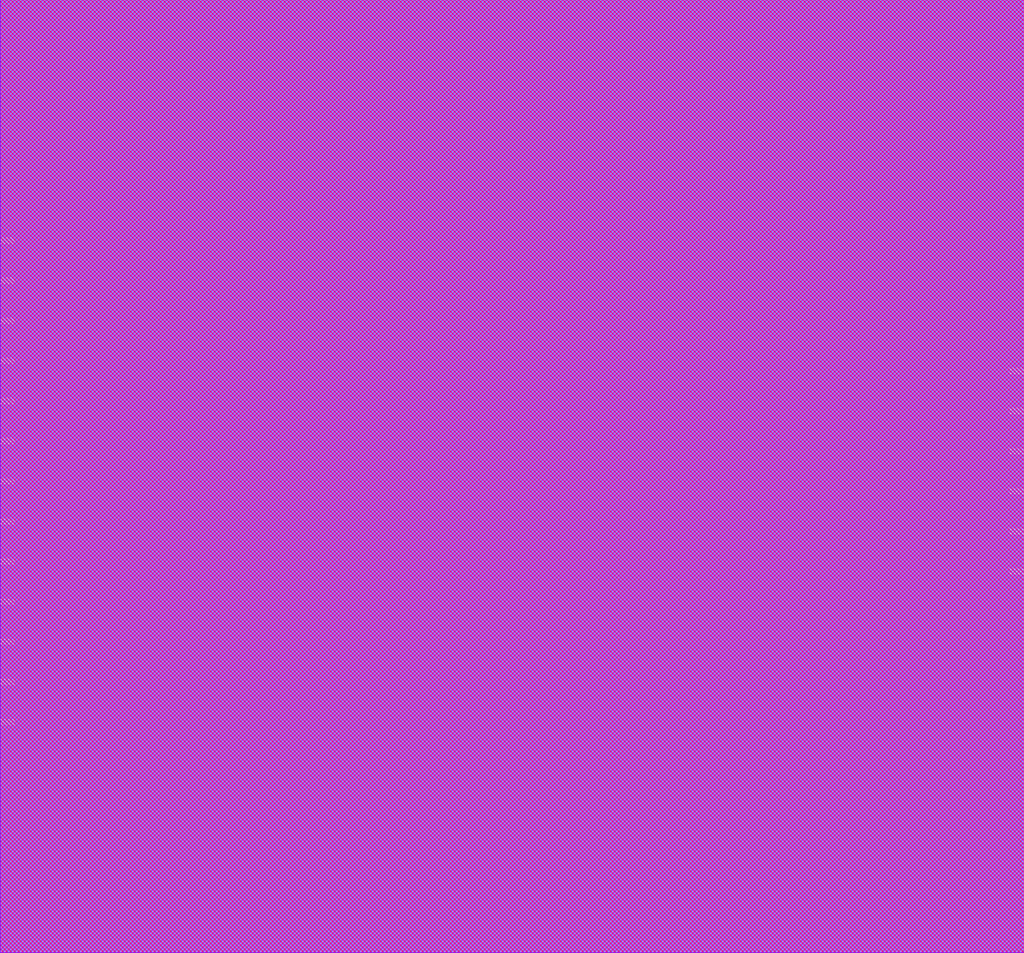
<source format=lef>
##
## LEF for PtnCells ;
## created by Innovus v19.17-s077_1 on Mon Feb 20 13:59:36 2023
##

VERSION 5.8 ;

BUSBITCHARS "[]" ;
DIVIDERCHAR "/" ;

MACRO add
  CLASS BLOCK ;
  SIZE 40.800000 BY 38.000000 ;
  FOREIGN add 0.000000 0.000000 ;
  ORIGIN 0 0 ;
  SYMMETRY X Y R90 ;
  PIN clk
    DIRECTION INPUT ;
    USE SIGNAL ;
    PORT
      LAYER M1 ;
        RECT 0.000000 9.155000 0.470000 9.245000 ;
    END
  END clk
  PIN out[5]
    DIRECTION OUTPUT ;
    USE SIGNAL ;
    PORT
      LAYER M1 ;
        RECT 40.330000 15.155000 40.800000 15.245000 ;
    END
  END out[5]
  PIN out[4]
    DIRECTION OUTPUT ;
    USE SIGNAL ;
    PORT
      LAYER M1 ;
        RECT 40.330000 16.755000 40.800000 16.845000 ;
    END
  END out[4]
  PIN out[3]
    DIRECTION OUTPUT ;
    USE SIGNAL ;
    PORT
      LAYER M1 ;
        RECT 40.330000 18.355000 40.800000 18.445000 ;
    END
  END out[3]
  PIN out[2]
    DIRECTION OUTPUT ;
    USE SIGNAL ;
    PORT
      LAYER M1 ;
        RECT 40.330000 19.955000 40.800000 20.045000 ;
    END
  END out[2]
  PIN out[1]
    DIRECTION OUTPUT ;
    USE SIGNAL ;
    PORT
      LAYER M1 ;
        RECT 40.330000 21.555000 40.800000 21.645000 ;
    END
  END out[1]
  PIN out[0]
    DIRECTION OUTPUT ;
    USE SIGNAL ;
    PORT
      LAYER M1 ;
        RECT 40.330000 23.155000 40.800000 23.245000 ;
    END
  END out[0]
  PIN x[3]
    DIRECTION INPUT ;
    USE SIGNAL ;
    PORT
      LAYER M1 ;
        RECT 0.000000 15.555000 0.470000 15.645000 ;
    END
  END x[3]
  PIN x[2]
    DIRECTION INPUT ;
    USE SIGNAL ;
    PORT
      LAYER M1 ;
        RECT 0.000000 13.955000 0.470000 14.045000 ;
    END
  END x[2]
  PIN x[1]
    DIRECTION INPUT ;
    USE SIGNAL ;
    PORT
      LAYER M1 ;
        RECT 0.000000 12.355000 0.470000 12.445000 ;
    END
  END x[1]
  PIN x[0]
    DIRECTION INPUT ;
    USE SIGNAL ;
    PORT
      LAYER M1 ;
        RECT 0.000000 10.755000 0.470000 10.845000 ;
    END
  END x[0]
  PIN y[3]
    DIRECTION INPUT ;
    USE SIGNAL ;
    PORT
      LAYER M1 ;
        RECT 0.000000 21.955000 0.470000 22.045000 ;
    END
  END y[3]
  PIN y[2]
    DIRECTION INPUT ;
    USE SIGNAL ;
    PORT
      LAYER M1 ;
        RECT 0.000000 20.355000 0.470000 20.445000 ;
    END
  END y[2]
  PIN y[1]
    DIRECTION INPUT ;
    USE SIGNAL ;
    PORT
      LAYER M1 ;
        RECT 0.000000 18.755000 0.470000 18.845000 ;
    END
  END y[1]
  PIN y[0]
    DIRECTION INPUT ;
    USE SIGNAL ;
    PORT
      LAYER M1 ;
        RECT 0.000000 17.155000 0.470000 17.245000 ;
    END
  END y[0]
  PIN z[3]
    DIRECTION INPUT ;
    USE SIGNAL ;
    PORT
      LAYER M1 ;
        RECT 0.000000 28.355000 0.470000 28.445000 ;
    END
  END z[3]
  PIN z[2]
    DIRECTION INPUT ;
    USE SIGNAL ;
    PORT
      LAYER M1 ;
        RECT 0.000000 26.755000 0.470000 26.845000 ;
    END
  END z[2]
  PIN z[1]
    DIRECTION INPUT ;
    USE SIGNAL ;
    PORT
      LAYER M1 ;
        RECT 0.000000 25.155000 0.470000 25.245000 ;
    END
  END z[1]
  PIN z[0]
    DIRECTION INPUT ;
    USE SIGNAL ;
    PORT
      LAYER M1 ;
        RECT 0.000000 23.555000 0.470000 23.645000 ;
    END
  END z[0]
  OBS
    LAYER M1 ;
      RECT 0.000000 28.535000 40.800000 38.000000 ;
      RECT 0.580000 28.265000 40.800000 28.535000 ;
      RECT 0.000000 26.935000 40.800000 28.265000 ;
      RECT 0.580000 26.665000 40.800000 26.935000 ;
      RECT 0.000000 25.335000 40.800000 26.665000 ;
      RECT 0.580000 25.065000 40.800000 25.335000 ;
      RECT 0.000000 23.735000 40.800000 25.065000 ;
      RECT 0.580000 23.465000 40.800000 23.735000 ;
      RECT 0.000000 23.335000 40.800000 23.465000 ;
      RECT 0.000000 23.065000 40.220000 23.335000 ;
      RECT 0.000000 22.135000 40.800000 23.065000 ;
      RECT 0.580000 21.865000 40.800000 22.135000 ;
      RECT 0.000000 21.735000 40.800000 21.865000 ;
      RECT 0.000000 21.465000 40.220000 21.735000 ;
      RECT 0.000000 20.535000 40.800000 21.465000 ;
      RECT 0.580000 20.265000 40.800000 20.535000 ;
      RECT 0.000000 20.135000 40.800000 20.265000 ;
      RECT 0.000000 19.865000 40.220000 20.135000 ;
      RECT 0.000000 18.935000 40.800000 19.865000 ;
      RECT 0.580000 18.665000 40.800000 18.935000 ;
      RECT 0.000000 18.535000 40.800000 18.665000 ;
      RECT 0.000000 18.265000 40.220000 18.535000 ;
      RECT 0.000000 17.335000 40.800000 18.265000 ;
      RECT 0.580000 17.065000 40.800000 17.335000 ;
      RECT 0.000000 16.935000 40.800000 17.065000 ;
      RECT 0.000000 16.665000 40.220000 16.935000 ;
      RECT 0.000000 15.735000 40.800000 16.665000 ;
      RECT 0.580000 15.465000 40.800000 15.735000 ;
      RECT 0.000000 15.335000 40.800000 15.465000 ;
      RECT 0.000000 15.065000 40.220000 15.335000 ;
      RECT 0.000000 14.135000 40.800000 15.065000 ;
      RECT 0.580000 13.865000 40.800000 14.135000 ;
      RECT 0.000000 12.535000 40.800000 13.865000 ;
      RECT 0.580000 12.265000 40.800000 12.535000 ;
      RECT 0.000000 10.935000 40.800000 12.265000 ;
      RECT 0.580000 10.665000 40.800000 10.935000 ;
      RECT 0.000000 9.335000 40.800000 10.665000 ;
      RECT 0.580000 9.065000 40.800000 9.335000 ;
      RECT 0.000000 0.000000 40.800000 9.065000 ;
    LAYER M2 ;
      RECT 0.000000 0.000000 40.800000 38.000000 ;
    LAYER M3 ;
      RECT 0.000000 0.000000 40.800000 38.000000 ;
    LAYER M4 ;
      RECT 0.000000 0.000000 40.800000 38.000000 ;
    LAYER M5 ;
      RECT 0.000000 0.000000 40.800000 38.000000 ;
    LAYER M6 ;
      RECT 0.000000 0.000000 40.800000 38.000000 ;
    LAYER M7 ;
      RECT 0.000000 0.000000 40.800000 38.000000 ;
    LAYER M8 ;
      RECT 0.000000 0.000000 40.800000 38.000000 ;
  END
END add

END LIBRARY

</source>
